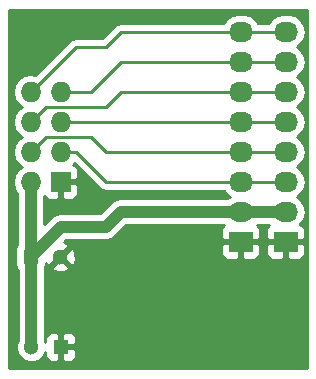
<source format=gbl>
G04 #@! TF.FileFunction,Copper,L2,Bot,Signal*
%FSLAX46Y46*%
G04 Gerber Fmt 4.6, Leading zero omitted, Abs format (unit mm)*
G04 Created by KiCad (PCBNEW 4.0.2-stable) date Friday, 27 May 2016 'pmt' 12:53:24*
%MOMM*%
G01*
G04 APERTURE LIST*
%ADD10C,0.100000*%
%ADD11R,1.300000X1.300000*%
%ADD12C,1.300000*%
%ADD13R,1.727200X1.727200*%
%ADD14O,1.727200X1.727200*%
%ADD15R,2.032000X1.727200*%
%ADD16O,2.032000X1.727200*%
%ADD17C,1.000000*%
%ADD18C,0.250000*%
%ADD19C,0.254000*%
G04 APERTURE END LIST*
D10*
D11*
X158750000Y-123190000D03*
D12*
X156250000Y-123190000D03*
X158710000Y-115570000D03*
D11*
X156210000Y-115570000D03*
D13*
X158750000Y-109220000D03*
D14*
X156210000Y-109220000D03*
X158750000Y-106680000D03*
X156210000Y-106680000D03*
X158750000Y-104140000D03*
X156210000Y-104140000D03*
X158750000Y-101600000D03*
X156210000Y-101600000D03*
D15*
X177800000Y-114300000D03*
D16*
X177800000Y-111760000D03*
X177800000Y-109220000D03*
X177800000Y-106680000D03*
X177800000Y-104140000D03*
X177800000Y-101600000D03*
X177800000Y-99060000D03*
X177800000Y-96520000D03*
D15*
X173990000Y-114300000D03*
D16*
X173990000Y-111760000D03*
X173990000Y-109220000D03*
X173990000Y-106680000D03*
X173990000Y-104140000D03*
X173990000Y-101600000D03*
X173990000Y-99060000D03*
X173990000Y-96520000D03*
D17*
X156250000Y-123190000D02*
X156250000Y-115610000D01*
X156250000Y-115610000D02*
X156210000Y-115570000D01*
X156210000Y-109220000D02*
X156210000Y-115570000D01*
X177800000Y-111760000D02*
X173990000Y-111760000D01*
X173990000Y-111760000D02*
X163830000Y-111760000D01*
X163830000Y-111760000D02*
X162560000Y-113030000D01*
X162560000Y-113030000D02*
X158750000Y-113030000D01*
X158750000Y-113030000D02*
X156210000Y-115570000D01*
D18*
X177800000Y-109220000D02*
X173990000Y-109220000D01*
X173990000Y-109220000D02*
X162560000Y-109220000D01*
X162560000Y-109220000D02*
X160020000Y-106680000D01*
X160020000Y-106680000D02*
X158750000Y-106680000D01*
X177800000Y-106680000D02*
X173990000Y-106680000D01*
X173990000Y-106680000D02*
X162560000Y-106680000D01*
X162560000Y-106680000D02*
X161290000Y-105410000D01*
X161290000Y-105410000D02*
X157480000Y-105410000D01*
X157480000Y-105410000D02*
X156210000Y-106680000D01*
X177800000Y-104140000D02*
X173990000Y-104140000D01*
X173990000Y-104140000D02*
X158750000Y-104140000D01*
X177800000Y-101600000D02*
X173990000Y-101600000D01*
X173990000Y-101600000D02*
X163830000Y-101600000D01*
X163830000Y-101600000D02*
X162560000Y-102870000D01*
X162560000Y-102870000D02*
X157480000Y-102870000D01*
X157480000Y-102870000D02*
X156210000Y-104140000D01*
X177800000Y-99060000D02*
X173990000Y-99060000D01*
X173990000Y-99060000D02*
X165100000Y-99060000D01*
X165100000Y-99060000D02*
X163830000Y-99060000D01*
X163830000Y-99060000D02*
X161290000Y-101600000D01*
X161290000Y-101600000D02*
X158750000Y-101600000D01*
X177800000Y-96520000D02*
X173990000Y-96520000D01*
X173990000Y-96520000D02*
X163830000Y-96520000D01*
X163830000Y-96520000D02*
X162560000Y-97790000D01*
X162560000Y-97790000D02*
X160020000Y-97790000D01*
X160020000Y-97790000D02*
X156210000Y-101600000D01*
D19*
G36*
X179630000Y-125020000D02*
X154380000Y-125020000D01*
X154380000Y-101600000D01*
X154682041Y-101600000D01*
X154796115Y-102173489D01*
X155120971Y-102659670D01*
X155435752Y-102870000D01*
X155120971Y-103080330D01*
X154796115Y-103566511D01*
X154682041Y-104140000D01*
X154796115Y-104713489D01*
X155120971Y-105199670D01*
X155435752Y-105410000D01*
X155120971Y-105620330D01*
X154796115Y-106106511D01*
X154682041Y-106680000D01*
X154796115Y-107253489D01*
X155120971Y-107739670D01*
X155435752Y-107950000D01*
X155120971Y-108160330D01*
X154796115Y-108646511D01*
X154682041Y-109220000D01*
X154796115Y-109793489D01*
X155075000Y-110210870D01*
X155075000Y-114505025D01*
X154963569Y-114668110D01*
X154912560Y-114920000D01*
X154912560Y-116220000D01*
X154956838Y-116455317D01*
X155095910Y-116671441D01*
X155115000Y-116684485D01*
X155115000Y-122572573D01*
X154965223Y-122933276D01*
X154964777Y-123444481D01*
X155159995Y-123916943D01*
X155521155Y-124278735D01*
X155993276Y-124474777D01*
X156504481Y-124475223D01*
X156976943Y-124280005D01*
X157338735Y-123918845D01*
X157465000Y-123614765D01*
X157465000Y-123966310D01*
X157561673Y-124199699D01*
X157740302Y-124378327D01*
X157973691Y-124475000D01*
X158464250Y-124475000D01*
X158623000Y-124316250D01*
X158623000Y-123317000D01*
X158877000Y-123317000D01*
X158877000Y-124316250D01*
X159035750Y-124475000D01*
X159526309Y-124475000D01*
X159759698Y-124378327D01*
X159938327Y-124199699D01*
X160035000Y-123966310D01*
X160035000Y-123475750D01*
X159876250Y-123317000D01*
X158877000Y-123317000D01*
X158623000Y-123317000D01*
X158603000Y-123317000D01*
X158603000Y-123063000D01*
X158623000Y-123063000D01*
X158623000Y-122063750D01*
X158877000Y-122063750D01*
X158877000Y-123063000D01*
X159876250Y-123063000D01*
X160035000Y-122904250D01*
X160035000Y-122413690D01*
X159938327Y-122180301D01*
X159759698Y-122001673D01*
X159526309Y-121905000D01*
X159035750Y-121905000D01*
X158877000Y-122063750D01*
X158623000Y-122063750D01*
X158464250Y-121905000D01*
X157973691Y-121905000D01*
X157740302Y-122001673D01*
X157561673Y-122180301D01*
X157465000Y-122413690D01*
X157465000Y-122765567D01*
X157385000Y-122571953D01*
X157385000Y-116576433D01*
X157456431Y-116471890D01*
X157457012Y-116469016D01*
X157990590Y-116469016D01*
X158046271Y-116699611D01*
X158529078Y-116867622D01*
X159039428Y-116838083D01*
X159373729Y-116699611D01*
X159429410Y-116469016D01*
X158710000Y-115749605D01*
X157990590Y-116469016D01*
X157457012Y-116469016D01*
X157507440Y-116220000D01*
X157507440Y-116057615D01*
X157580389Y-116233729D01*
X157810984Y-116289410D01*
X158530395Y-115570000D01*
X158889605Y-115570000D01*
X159609016Y-116289410D01*
X159839611Y-116233729D01*
X160007622Y-115750922D01*
X159978083Y-115240572D01*
X159839611Y-114906271D01*
X159609016Y-114850590D01*
X158889605Y-115570000D01*
X158530395Y-115570000D01*
X158516252Y-115555858D01*
X158695858Y-115376253D01*
X158710000Y-115390395D01*
X159429410Y-114670984D01*
X159408829Y-114585750D01*
X172339000Y-114585750D01*
X172339000Y-115289910D01*
X172435673Y-115523299D01*
X172614302Y-115701927D01*
X172847691Y-115798600D01*
X173704250Y-115798600D01*
X173863000Y-115639850D01*
X173863000Y-114427000D01*
X174117000Y-114427000D01*
X174117000Y-115639850D01*
X174275750Y-115798600D01*
X175132309Y-115798600D01*
X175365698Y-115701927D01*
X175544327Y-115523299D01*
X175641000Y-115289910D01*
X175641000Y-114585750D01*
X176149000Y-114585750D01*
X176149000Y-115289910D01*
X176245673Y-115523299D01*
X176424302Y-115701927D01*
X176657691Y-115798600D01*
X177514250Y-115798600D01*
X177673000Y-115639850D01*
X177673000Y-114427000D01*
X177927000Y-114427000D01*
X177927000Y-115639850D01*
X178085750Y-115798600D01*
X178942309Y-115798600D01*
X179175698Y-115701927D01*
X179354327Y-115523299D01*
X179451000Y-115289910D01*
X179451000Y-114585750D01*
X179292250Y-114427000D01*
X177927000Y-114427000D01*
X177673000Y-114427000D01*
X176307750Y-114427000D01*
X176149000Y-114585750D01*
X175641000Y-114585750D01*
X175482250Y-114427000D01*
X174117000Y-114427000D01*
X173863000Y-114427000D01*
X172497750Y-114427000D01*
X172339000Y-114585750D01*
X159408829Y-114585750D01*
X159373729Y-114440389D01*
X159055488Y-114329645D01*
X159220133Y-114165000D01*
X162560000Y-114165000D01*
X162994346Y-114078603D01*
X163362566Y-113832566D01*
X164300132Y-112895000D01*
X172621721Y-112895000D01*
X172614302Y-112898073D01*
X172435673Y-113076701D01*
X172339000Y-113310090D01*
X172339000Y-114014250D01*
X172497750Y-114173000D01*
X173863000Y-114173000D01*
X173863000Y-114153000D01*
X174117000Y-114153000D01*
X174117000Y-114173000D01*
X175482250Y-114173000D01*
X175641000Y-114014250D01*
X175641000Y-113310090D01*
X175544327Y-113076701D01*
X175365698Y-112898073D01*
X175358279Y-112895000D01*
X176431721Y-112895000D01*
X176424302Y-112898073D01*
X176245673Y-113076701D01*
X176149000Y-113310090D01*
X176149000Y-114014250D01*
X176307750Y-114173000D01*
X177673000Y-114173000D01*
X177673000Y-114153000D01*
X177927000Y-114153000D01*
X177927000Y-114173000D01*
X179292250Y-114173000D01*
X179451000Y-114014250D01*
X179451000Y-113310090D01*
X179354327Y-113076701D01*
X179175698Y-112898073D01*
X179022220Y-112834500D01*
X179044415Y-112819670D01*
X179369271Y-112333489D01*
X179483345Y-111760000D01*
X179369271Y-111186511D01*
X179044415Y-110700330D01*
X178729634Y-110490000D01*
X179044415Y-110279670D01*
X179369271Y-109793489D01*
X179483345Y-109220000D01*
X179369271Y-108646511D01*
X179044415Y-108160330D01*
X178729634Y-107950000D01*
X179044415Y-107739670D01*
X179369271Y-107253489D01*
X179483345Y-106680000D01*
X179369271Y-106106511D01*
X179044415Y-105620330D01*
X178729634Y-105410000D01*
X179044415Y-105199670D01*
X179369271Y-104713489D01*
X179483345Y-104140000D01*
X179369271Y-103566511D01*
X179044415Y-103080330D01*
X178729634Y-102870000D01*
X179044415Y-102659670D01*
X179369271Y-102173489D01*
X179483345Y-101600000D01*
X179369271Y-101026511D01*
X179044415Y-100540330D01*
X178729634Y-100330000D01*
X179044415Y-100119670D01*
X179369271Y-99633489D01*
X179483345Y-99060000D01*
X179369271Y-98486511D01*
X179044415Y-98000330D01*
X178729634Y-97790000D01*
X179044415Y-97579670D01*
X179369271Y-97093489D01*
X179483345Y-96520000D01*
X179369271Y-95946511D01*
X179044415Y-95460330D01*
X178558234Y-95135474D01*
X177984745Y-95021400D01*
X177615255Y-95021400D01*
X177041766Y-95135474D01*
X176555585Y-95460330D01*
X176355352Y-95760000D01*
X175434648Y-95760000D01*
X175234415Y-95460330D01*
X174748234Y-95135474D01*
X174174745Y-95021400D01*
X173805255Y-95021400D01*
X173231766Y-95135474D01*
X172745585Y-95460330D01*
X172545352Y-95760000D01*
X163830000Y-95760000D01*
X163539160Y-95817852D01*
X163292599Y-95982599D01*
X162245198Y-97030000D01*
X160020000Y-97030000D01*
X159729161Y-97087852D01*
X159482599Y-97252599D01*
X156568356Y-100166842D01*
X156239359Y-100101400D01*
X156180641Y-100101400D01*
X155607152Y-100215474D01*
X155120971Y-100540330D01*
X154796115Y-101026511D01*
X154682041Y-101600000D01*
X154380000Y-101600000D01*
X154380000Y-94690000D01*
X179630000Y-94690000D01*
X179630000Y-125020000D01*
X179630000Y-125020000D01*
G37*
X179630000Y-125020000D02*
X154380000Y-125020000D01*
X154380000Y-101600000D01*
X154682041Y-101600000D01*
X154796115Y-102173489D01*
X155120971Y-102659670D01*
X155435752Y-102870000D01*
X155120971Y-103080330D01*
X154796115Y-103566511D01*
X154682041Y-104140000D01*
X154796115Y-104713489D01*
X155120971Y-105199670D01*
X155435752Y-105410000D01*
X155120971Y-105620330D01*
X154796115Y-106106511D01*
X154682041Y-106680000D01*
X154796115Y-107253489D01*
X155120971Y-107739670D01*
X155435752Y-107950000D01*
X155120971Y-108160330D01*
X154796115Y-108646511D01*
X154682041Y-109220000D01*
X154796115Y-109793489D01*
X155075000Y-110210870D01*
X155075000Y-114505025D01*
X154963569Y-114668110D01*
X154912560Y-114920000D01*
X154912560Y-116220000D01*
X154956838Y-116455317D01*
X155095910Y-116671441D01*
X155115000Y-116684485D01*
X155115000Y-122572573D01*
X154965223Y-122933276D01*
X154964777Y-123444481D01*
X155159995Y-123916943D01*
X155521155Y-124278735D01*
X155993276Y-124474777D01*
X156504481Y-124475223D01*
X156976943Y-124280005D01*
X157338735Y-123918845D01*
X157465000Y-123614765D01*
X157465000Y-123966310D01*
X157561673Y-124199699D01*
X157740302Y-124378327D01*
X157973691Y-124475000D01*
X158464250Y-124475000D01*
X158623000Y-124316250D01*
X158623000Y-123317000D01*
X158877000Y-123317000D01*
X158877000Y-124316250D01*
X159035750Y-124475000D01*
X159526309Y-124475000D01*
X159759698Y-124378327D01*
X159938327Y-124199699D01*
X160035000Y-123966310D01*
X160035000Y-123475750D01*
X159876250Y-123317000D01*
X158877000Y-123317000D01*
X158623000Y-123317000D01*
X158603000Y-123317000D01*
X158603000Y-123063000D01*
X158623000Y-123063000D01*
X158623000Y-122063750D01*
X158877000Y-122063750D01*
X158877000Y-123063000D01*
X159876250Y-123063000D01*
X160035000Y-122904250D01*
X160035000Y-122413690D01*
X159938327Y-122180301D01*
X159759698Y-122001673D01*
X159526309Y-121905000D01*
X159035750Y-121905000D01*
X158877000Y-122063750D01*
X158623000Y-122063750D01*
X158464250Y-121905000D01*
X157973691Y-121905000D01*
X157740302Y-122001673D01*
X157561673Y-122180301D01*
X157465000Y-122413690D01*
X157465000Y-122765567D01*
X157385000Y-122571953D01*
X157385000Y-116576433D01*
X157456431Y-116471890D01*
X157457012Y-116469016D01*
X157990590Y-116469016D01*
X158046271Y-116699611D01*
X158529078Y-116867622D01*
X159039428Y-116838083D01*
X159373729Y-116699611D01*
X159429410Y-116469016D01*
X158710000Y-115749605D01*
X157990590Y-116469016D01*
X157457012Y-116469016D01*
X157507440Y-116220000D01*
X157507440Y-116057615D01*
X157580389Y-116233729D01*
X157810984Y-116289410D01*
X158530395Y-115570000D01*
X158889605Y-115570000D01*
X159609016Y-116289410D01*
X159839611Y-116233729D01*
X160007622Y-115750922D01*
X159978083Y-115240572D01*
X159839611Y-114906271D01*
X159609016Y-114850590D01*
X158889605Y-115570000D01*
X158530395Y-115570000D01*
X158516252Y-115555858D01*
X158695858Y-115376253D01*
X158710000Y-115390395D01*
X159429410Y-114670984D01*
X159408829Y-114585750D01*
X172339000Y-114585750D01*
X172339000Y-115289910D01*
X172435673Y-115523299D01*
X172614302Y-115701927D01*
X172847691Y-115798600D01*
X173704250Y-115798600D01*
X173863000Y-115639850D01*
X173863000Y-114427000D01*
X174117000Y-114427000D01*
X174117000Y-115639850D01*
X174275750Y-115798600D01*
X175132309Y-115798600D01*
X175365698Y-115701927D01*
X175544327Y-115523299D01*
X175641000Y-115289910D01*
X175641000Y-114585750D01*
X176149000Y-114585750D01*
X176149000Y-115289910D01*
X176245673Y-115523299D01*
X176424302Y-115701927D01*
X176657691Y-115798600D01*
X177514250Y-115798600D01*
X177673000Y-115639850D01*
X177673000Y-114427000D01*
X177927000Y-114427000D01*
X177927000Y-115639850D01*
X178085750Y-115798600D01*
X178942309Y-115798600D01*
X179175698Y-115701927D01*
X179354327Y-115523299D01*
X179451000Y-115289910D01*
X179451000Y-114585750D01*
X179292250Y-114427000D01*
X177927000Y-114427000D01*
X177673000Y-114427000D01*
X176307750Y-114427000D01*
X176149000Y-114585750D01*
X175641000Y-114585750D01*
X175482250Y-114427000D01*
X174117000Y-114427000D01*
X173863000Y-114427000D01*
X172497750Y-114427000D01*
X172339000Y-114585750D01*
X159408829Y-114585750D01*
X159373729Y-114440389D01*
X159055488Y-114329645D01*
X159220133Y-114165000D01*
X162560000Y-114165000D01*
X162994346Y-114078603D01*
X163362566Y-113832566D01*
X164300132Y-112895000D01*
X172621721Y-112895000D01*
X172614302Y-112898073D01*
X172435673Y-113076701D01*
X172339000Y-113310090D01*
X172339000Y-114014250D01*
X172497750Y-114173000D01*
X173863000Y-114173000D01*
X173863000Y-114153000D01*
X174117000Y-114153000D01*
X174117000Y-114173000D01*
X175482250Y-114173000D01*
X175641000Y-114014250D01*
X175641000Y-113310090D01*
X175544327Y-113076701D01*
X175365698Y-112898073D01*
X175358279Y-112895000D01*
X176431721Y-112895000D01*
X176424302Y-112898073D01*
X176245673Y-113076701D01*
X176149000Y-113310090D01*
X176149000Y-114014250D01*
X176307750Y-114173000D01*
X177673000Y-114173000D01*
X177673000Y-114153000D01*
X177927000Y-114153000D01*
X177927000Y-114173000D01*
X179292250Y-114173000D01*
X179451000Y-114014250D01*
X179451000Y-113310090D01*
X179354327Y-113076701D01*
X179175698Y-112898073D01*
X179022220Y-112834500D01*
X179044415Y-112819670D01*
X179369271Y-112333489D01*
X179483345Y-111760000D01*
X179369271Y-111186511D01*
X179044415Y-110700330D01*
X178729634Y-110490000D01*
X179044415Y-110279670D01*
X179369271Y-109793489D01*
X179483345Y-109220000D01*
X179369271Y-108646511D01*
X179044415Y-108160330D01*
X178729634Y-107950000D01*
X179044415Y-107739670D01*
X179369271Y-107253489D01*
X179483345Y-106680000D01*
X179369271Y-106106511D01*
X179044415Y-105620330D01*
X178729634Y-105410000D01*
X179044415Y-105199670D01*
X179369271Y-104713489D01*
X179483345Y-104140000D01*
X179369271Y-103566511D01*
X179044415Y-103080330D01*
X178729634Y-102870000D01*
X179044415Y-102659670D01*
X179369271Y-102173489D01*
X179483345Y-101600000D01*
X179369271Y-101026511D01*
X179044415Y-100540330D01*
X178729634Y-100330000D01*
X179044415Y-100119670D01*
X179369271Y-99633489D01*
X179483345Y-99060000D01*
X179369271Y-98486511D01*
X179044415Y-98000330D01*
X178729634Y-97790000D01*
X179044415Y-97579670D01*
X179369271Y-97093489D01*
X179483345Y-96520000D01*
X179369271Y-95946511D01*
X179044415Y-95460330D01*
X178558234Y-95135474D01*
X177984745Y-95021400D01*
X177615255Y-95021400D01*
X177041766Y-95135474D01*
X176555585Y-95460330D01*
X176355352Y-95760000D01*
X175434648Y-95760000D01*
X175234415Y-95460330D01*
X174748234Y-95135474D01*
X174174745Y-95021400D01*
X173805255Y-95021400D01*
X173231766Y-95135474D01*
X172745585Y-95460330D01*
X172545352Y-95760000D01*
X163830000Y-95760000D01*
X163539160Y-95817852D01*
X163292599Y-95982599D01*
X162245198Y-97030000D01*
X160020000Y-97030000D01*
X159729161Y-97087852D01*
X159482599Y-97252599D01*
X156568356Y-100166842D01*
X156239359Y-100101400D01*
X156180641Y-100101400D01*
X155607152Y-100215474D01*
X155120971Y-100540330D01*
X154796115Y-101026511D01*
X154682041Y-101600000D01*
X154380000Y-101600000D01*
X154380000Y-94690000D01*
X179630000Y-94690000D01*
X179630000Y-125020000D01*
G36*
X162022599Y-109757401D02*
X162269160Y-109922148D01*
X162317414Y-109931746D01*
X162560000Y-109980000D01*
X172545352Y-109980000D01*
X172745585Y-110279670D01*
X173060366Y-110490000D01*
X172858324Y-110625000D01*
X163830000Y-110625000D01*
X163395654Y-110711397D01*
X163027434Y-110957434D01*
X162089868Y-111895000D01*
X158750000Y-111895000D01*
X158315654Y-111981397D01*
X157947433Y-112227434D01*
X157345000Y-112829867D01*
X157345000Y-110435880D01*
X157348073Y-110443299D01*
X157526702Y-110621927D01*
X157760091Y-110718600D01*
X158464250Y-110718600D01*
X158623000Y-110559850D01*
X158623000Y-109347000D01*
X158877000Y-109347000D01*
X158877000Y-110559850D01*
X159035750Y-110718600D01*
X159739909Y-110718600D01*
X159973298Y-110621927D01*
X160151927Y-110443299D01*
X160248600Y-110209910D01*
X160248600Y-109505750D01*
X160089850Y-109347000D01*
X158877000Y-109347000D01*
X158623000Y-109347000D01*
X158603000Y-109347000D01*
X158603000Y-109093000D01*
X158623000Y-109093000D01*
X158623000Y-109073000D01*
X158877000Y-109073000D01*
X158877000Y-109093000D01*
X160089850Y-109093000D01*
X160248600Y-108934250D01*
X160248600Y-108230090D01*
X160151927Y-107996701D01*
X159973298Y-107818073D01*
X159817977Y-107753737D01*
X159839029Y-107739670D01*
X159905455Y-107640257D01*
X162022599Y-109757401D01*
X162022599Y-109757401D01*
G37*
X162022599Y-109757401D02*
X162269160Y-109922148D01*
X162317414Y-109931746D01*
X162560000Y-109980000D01*
X172545352Y-109980000D01*
X172745585Y-110279670D01*
X173060366Y-110490000D01*
X172858324Y-110625000D01*
X163830000Y-110625000D01*
X163395654Y-110711397D01*
X163027434Y-110957434D01*
X162089868Y-111895000D01*
X158750000Y-111895000D01*
X158315654Y-111981397D01*
X157947433Y-112227434D01*
X157345000Y-112829867D01*
X157345000Y-110435880D01*
X157348073Y-110443299D01*
X157526702Y-110621927D01*
X157760091Y-110718600D01*
X158464250Y-110718600D01*
X158623000Y-110559850D01*
X158623000Y-109347000D01*
X158877000Y-109347000D01*
X158877000Y-110559850D01*
X159035750Y-110718600D01*
X159739909Y-110718600D01*
X159973298Y-110621927D01*
X160151927Y-110443299D01*
X160248600Y-110209910D01*
X160248600Y-109505750D01*
X160089850Y-109347000D01*
X158877000Y-109347000D01*
X158623000Y-109347000D01*
X158603000Y-109347000D01*
X158603000Y-109093000D01*
X158623000Y-109093000D01*
X158623000Y-109073000D01*
X158877000Y-109073000D01*
X158877000Y-109093000D01*
X160089850Y-109093000D01*
X160248600Y-108934250D01*
X160248600Y-108230090D01*
X160151927Y-107996701D01*
X159973298Y-107818073D01*
X159817977Y-107753737D01*
X159839029Y-107739670D01*
X159905455Y-107640257D01*
X162022599Y-109757401D01*
M02*

</source>
